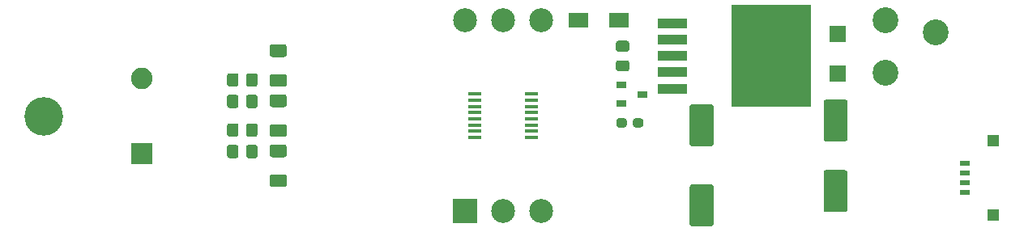
<source format=gbr>
%TF.GenerationSoftware,KiCad,Pcbnew,(5.1.12)-1*%
%TF.CreationDate,2023-03-06T23:23:30+01:00*%
%TF.ProjectId,DualPressure_V2,4475616c-5072-4657-9373-7572655f5632,rev?*%
%TF.SameCoordinates,Original*%
%TF.FileFunction,Soldermask,Top*%
%TF.FilePolarity,Negative*%
%FSLAX46Y46*%
G04 Gerber Fmt 4.6, Leading zero omitted, Abs format (unit mm)*
G04 Created by KiCad (PCBNEW (5.1.12)-1) date 2023-03-06 23:23:30*
%MOMM*%
%LPD*%
G01*
G04 APERTURE LIST*
%ADD10R,1.670000X1.820000*%
%ADD11R,2.100000X1.500000*%
%ADD12R,2.500000X2.500000*%
%ADD13R,1.475000X0.450000*%
%ADD14C,2.704000*%
%ADD15R,1.000000X0.550000*%
%ADD16R,1.300000X1.260000*%
%ADD17C,2.500000*%
%ADD18R,3.050000X1.016000*%
%ADD19R,8.380000X10.660000*%
%ADD20R,1.050000X0.650000*%
%ADD21R,2.250000X2.250000*%
%ADD22C,2.250000*%
%ADD23C,4.050000*%
G04 APERTURE END LIST*
%TO.C,C0*%
G36*
G01*
X252500000Y-97100000D02*
X250500000Y-97100000D01*
G75*
G02*
X250250000Y-96850000I0J250000D01*
G01*
X250250000Y-92950000D01*
G75*
G02*
X250500000Y-92700000I250000J0D01*
G01*
X252500000Y-92700000D01*
G75*
G02*
X252750000Y-92950000I0J-250000D01*
G01*
X252750000Y-96850000D01*
G75*
G02*
X252500000Y-97100000I-250000J0D01*
G01*
G37*
G36*
G01*
X252500000Y-89700000D02*
X250500000Y-89700000D01*
G75*
G02*
X250250000Y-89450000I0J250000D01*
G01*
X250250000Y-85550000D01*
G75*
G02*
X250500000Y-85300000I250000J0D01*
G01*
X252500000Y-85300000D01*
G75*
G02*
X252750000Y-85550000I0J-250000D01*
G01*
X252750000Y-89450000D01*
G75*
G02*
X252500000Y-89700000I-250000J0D01*
G01*
G37*
%TD*%
%TO.C,C1*%
G36*
G01*
X238500000Y-98600000D02*
X236500000Y-98600000D01*
G75*
G02*
X236250000Y-98350000I0J250000D01*
G01*
X236250000Y-94450000D01*
G75*
G02*
X236500000Y-94200000I250000J0D01*
G01*
X238500000Y-94200000D01*
G75*
G02*
X238750000Y-94450000I0J-250000D01*
G01*
X238750000Y-98350000D01*
G75*
G02*
X238500000Y-98600000I-250000J0D01*
G01*
G37*
G36*
G01*
X238500000Y-90200000D02*
X236500000Y-90200000D01*
G75*
G02*
X236250000Y-89950000I0J250000D01*
G01*
X236250000Y-86050000D01*
G75*
G02*
X236500000Y-85800000I250000J0D01*
G01*
X238500000Y-85800000D01*
G75*
G02*
X238750000Y-86050000I0J-250000D01*
G01*
X238750000Y-89950000D01*
G75*
G02*
X238500000Y-90200000I-250000J0D01*
G01*
G37*
%TD*%
%TO.C,C2*%
G36*
G01*
X228600000Y-87987500D02*
X228600000Y-87512500D01*
G75*
G02*
X228837500Y-87275000I237500J0D01*
G01*
X229437500Y-87275000D01*
G75*
G02*
X229675000Y-87512500I0J-237500D01*
G01*
X229675000Y-87987500D01*
G75*
G02*
X229437500Y-88225000I-237500J0D01*
G01*
X228837500Y-88225000D01*
G75*
G02*
X228600000Y-87987500I0J237500D01*
G01*
G37*
G36*
G01*
X230325000Y-87987500D02*
X230325000Y-87512500D01*
G75*
G02*
X230562500Y-87275000I237500J0D01*
G01*
X231162500Y-87275000D01*
G75*
G02*
X231400000Y-87512500I0J-237500D01*
G01*
X231400000Y-87987500D01*
G75*
G02*
X231162500Y-88225000I-237500J0D01*
G01*
X230562500Y-88225000D01*
G75*
G02*
X230325000Y-87987500I0J237500D01*
G01*
G37*
%TD*%
%TO.C,C6*%
G36*
G01*
X193900001Y-91350000D02*
X192599999Y-91350000D01*
G75*
G02*
X192350000Y-91100001I0J249999D01*
G01*
X192350000Y-90274999D01*
G75*
G02*
X192599999Y-90025000I249999J0D01*
G01*
X193900001Y-90025000D01*
G75*
G02*
X194150000Y-90274999I0J-249999D01*
G01*
X194150000Y-91100001D01*
G75*
G02*
X193900001Y-91350000I-249999J0D01*
G01*
G37*
G36*
G01*
X193900001Y-94475000D02*
X192599999Y-94475000D01*
G75*
G02*
X192350000Y-94225001I0J249999D01*
G01*
X192350000Y-93399999D01*
G75*
G02*
X192599999Y-93150000I249999J0D01*
G01*
X193900001Y-93150000D01*
G75*
G02*
X194150000Y-93399999I0J-249999D01*
G01*
X194150000Y-94225001D01*
G75*
G02*
X193900001Y-94475000I-249999J0D01*
G01*
G37*
%TD*%
%TO.C,C7*%
G36*
G01*
X193900001Y-83975000D02*
X192599999Y-83975000D01*
G75*
G02*
X192350000Y-83725001I0J249999D01*
G01*
X192350000Y-82899999D01*
G75*
G02*
X192599999Y-82650000I249999J0D01*
G01*
X193900001Y-82650000D01*
G75*
G02*
X194150000Y-82899999I0J-249999D01*
G01*
X194150000Y-83725001D01*
G75*
G02*
X193900001Y-83975000I-249999J0D01*
G01*
G37*
G36*
G01*
X193900001Y-80850000D02*
X192599999Y-80850000D01*
G75*
G02*
X192350000Y-80600001I0J249999D01*
G01*
X192350000Y-79774999D01*
G75*
G02*
X192599999Y-79525000I249999J0D01*
G01*
X193900001Y-79525000D01*
G75*
G02*
X194150000Y-79774999I0J-249999D01*
G01*
X194150000Y-80600001D01*
G75*
G02*
X193900001Y-80850000I-249999J0D01*
G01*
G37*
%TD*%
%TO.C,C8*%
G36*
G01*
X193900001Y-89225000D02*
X192599999Y-89225000D01*
G75*
G02*
X192350000Y-88975001I0J249999D01*
G01*
X192350000Y-88149999D01*
G75*
G02*
X192599999Y-87900000I249999J0D01*
G01*
X193900001Y-87900000D01*
G75*
G02*
X194150000Y-88149999I0J-249999D01*
G01*
X194150000Y-88975001D01*
G75*
G02*
X193900001Y-89225000I-249999J0D01*
G01*
G37*
G36*
G01*
X193900001Y-86100000D02*
X192599999Y-86100000D01*
G75*
G02*
X192350000Y-85850001I0J249999D01*
G01*
X192350000Y-85024999D01*
G75*
G02*
X192599999Y-84775000I249999J0D01*
G01*
X193900001Y-84775000D01*
G75*
G02*
X194150000Y-85024999I0J-249999D01*
G01*
X194150000Y-85850001D01*
G75*
G02*
X193900001Y-86100000I-249999J0D01*
G01*
G37*
%TD*%
D10*
%TO.C,D0*%
X251750000Y-82600000D03*
X251750000Y-78400000D03*
%TD*%
D11*
%TO.C,D1*%
X228850000Y-77000000D03*
X224650000Y-77000000D03*
%TD*%
D12*
%TO.C,GD0*%
X212750000Y-97000000D03*
%TD*%
D13*
%TO.C,IC1*%
X213812000Y-84725000D03*
X213812000Y-85375000D03*
X213812000Y-86025000D03*
X213812000Y-86675000D03*
X213812000Y-87325000D03*
X213812000Y-87975000D03*
X213812000Y-88625000D03*
X213812000Y-89275000D03*
X219688000Y-89275000D03*
X219688000Y-88625000D03*
X219688000Y-87975000D03*
X219688000Y-87325000D03*
X219688000Y-86675000D03*
X219688000Y-86025000D03*
X219688000Y-85375000D03*
X219688000Y-84725000D03*
%TD*%
D14*
%TO.C,J0*%
X262000000Y-78250000D03*
X256700000Y-82500000D03*
X256700000Y-77000000D03*
%TD*%
D15*
%TO.C,J1*%
X265000000Y-95000000D03*
X265000000Y-94000000D03*
X265000000Y-93000000D03*
X265000000Y-92000000D03*
D16*
X267990000Y-97375000D03*
X267990000Y-89625000D03*
%TD*%
%TO.C,L0*%
G36*
G01*
X229700001Y-82350000D02*
X228799999Y-82350000D01*
G75*
G02*
X228550000Y-82100001I0J249999D01*
G01*
X228550000Y-81449999D01*
G75*
G02*
X228799999Y-81200000I249999J0D01*
G01*
X229700001Y-81200000D01*
G75*
G02*
X229950000Y-81449999I0J-249999D01*
G01*
X229950000Y-82100001D01*
G75*
G02*
X229700001Y-82350000I-249999J0D01*
G01*
G37*
G36*
G01*
X229700001Y-80300000D02*
X228799999Y-80300000D01*
G75*
G02*
X228550000Y-80050001I0J249999D01*
G01*
X228550000Y-79399999D01*
G75*
G02*
X228799999Y-79150000I249999J0D01*
G01*
X229700001Y-79150000D01*
G75*
G02*
X229950000Y-79399999I0J-249999D01*
G01*
X229950000Y-80050001D01*
G75*
G02*
X229700001Y-80300000I-249999J0D01*
G01*
G37*
%TD*%
D17*
%TO.C,P5*%
X216750000Y-77000000D03*
%TD*%
%TO.C,P33*%
X212750000Y-77000000D03*
%TD*%
%TO.C,PW0*%
X220750000Y-77000000D03*
%TD*%
%TO.C,R6*%
G36*
G01*
X189100000Y-90299999D02*
X189100000Y-91200001D01*
G75*
G02*
X188850001Y-91450000I-249999J0D01*
G01*
X188149999Y-91450000D01*
G75*
G02*
X187900000Y-91200001I0J249999D01*
G01*
X187900000Y-90299999D01*
G75*
G02*
X188149999Y-90050000I249999J0D01*
G01*
X188850001Y-90050000D01*
G75*
G02*
X189100000Y-90299999I0J-249999D01*
G01*
G37*
G36*
G01*
X191100000Y-90299999D02*
X191100000Y-91200001D01*
G75*
G02*
X190850001Y-91450000I-249999J0D01*
G01*
X190149999Y-91450000D01*
G75*
G02*
X189900000Y-91200001I0J249999D01*
G01*
X189900000Y-90299999D01*
G75*
G02*
X190149999Y-90050000I249999J0D01*
G01*
X190850001Y-90050000D01*
G75*
G02*
X191100000Y-90299999I0J-249999D01*
G01*
G37*
%TD*%
%TO.C,R7*%
G36*
G01*
X187900000Y-83700001D02*
X187900000Y-82799999D01*
G75*
G02*
X188149999Y-82550000I249999J0D01*
G01*
X188850001Y-82550000D01*
G75*
G02*
X189100000Y-82799999I0J-249999D01*
G01*
X189100000Y-83700001D01*
G75*
G02*
X188850001Y-83950000I-249999J0D01*
G01*
X188149999Y-83950000D01*
G75*
G02*
X187900000Y-83700001I0J249999D01*
G01*
G37*
G36*
G01*
X189900000Y-83700001D02*
X189900000Y-82799999D01*
G75*
G02*
X190149999Y-82550000I249999J0D01*
G01*
X190850001Y-82550000D01*
G75*
G02*
X191100000Y-82799999I0J-249999D01*
G01*
X191100000Y-83700001D01*
G75*
G02*
X190850001Y-83950000I-249999J0D01*
G01*
X190149999Y-83950000D01*
G75*
G02*
X189900000Y-83700001I0J249999D01*
G01*
G37*
%TD*%
%TO.C,R8*%
G36*
G01*
X191100000Y-88049999D02*
X191100000Y-88950001D01*
G75*
G02*
X190850001Y-89200000I-249999J0D01*
G01*
X190149999Y-89200000D01*
G75*
G02*
X189900000Y-88950001I0J249999D01*
G01*
X189900000Y-88049999D01*
G75*
G02*
X190149999Y-87800000I249999J0D01*
G01*
X190850001Y-87800000D01*
G75*
G02*
X191100000Y-88049999I0J-249999D01*
G01*
G37*
G36*
G01*
X189100000Y-88049999D02*
X189100000Y-88950001D01*
G75*
G02*
X188850001Y-89200000I-249999J0D01*
G01*
X188149999Y-89200000D01*
G75*
G02*
X187900000Y-88950001I0J249999D01*
G01*
X187900000Y-88049999D01*
G75*
G02*
X188149999Y-87800000I249999J0D01*
G01*
X188850001Y-87800000D01*
G75*
G02*
X189100000Y-88049999I0J-249999D01*
G01*
G37*
%TD*%
%TO.C,R9*%
G36*
G01*
X189100000Y-85049999D02*
X189100000Y-85950001D01*
G75*
G02*
X188850001Y-86200000I-249999J0D01*
G01*
X188149999Y-86200000D01*
G75*
G02*
X187900000Y-85950001I0J249999D01*
G01*
X187900000Y-85049999D01*
G75*
G02*
X188149999Y-84800000I249999J0D01*
G01*
X188850001Y-84800000D01*
G75*
G02*
X189100000Y-85049999I0J-249999D01*
G01*
G37*
G36*
G01*
X191100000Y-85049999D02*
X191100000Y-85950001D01*
G75*
G02*
X190850001Y-86200000I-249999J0D01*
G01*
X190149999Y-86200000D01*
G75*
G02*
X189900000Y-85950001I0J249999D01*
G01*
X189900000Y-85049999D01*
G75*
G02*
X190149999Y-84800000I249999J0D01*
G01*
X190850001Y-84800000D01*
G75*
G02*
X191100000Y-85049999I0J-249999D01*
G01*
G37*
%TD*%
D18*
%TO.C,REG0*%
X234445000Y-77346000D03*
X234445000Y-79048000D03*
X234445000Y-80750000D03*
X234445000Y-82452000D03*
X234445000Y-84154000D03*
D19*
X244750000Y-80750000D03*
%TD*%
D20*
%TO.C,REG1*%
X229150000Y-83790000D03*
X229150000Y-85710000D03*
X231350000Y-84750000D03*
%TD*%
D17*
%TO.C,RX0*%
X216750000Y-97000000D03*
%TD*%
%TO.C,TX0*%
X220750000Y-97000000D03*
%TD*%
D21*
%TO.C,U0*%
X179000000Y-91000000D03*
D22*
X179000000Y-83100000D03*
D23*
X168750000Y-87050000D03*
%TD*%
M02*

</source>
